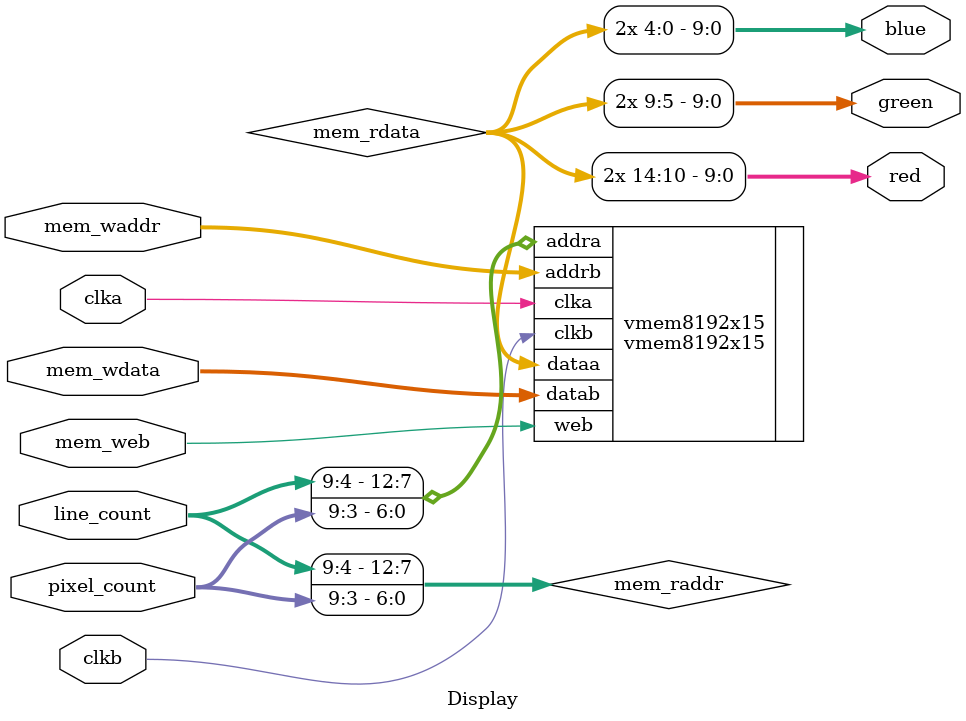
<source format=v>
module Display
(
  input       clka,
  input       clkb,

  input [9:0] pixel_count,  // V_count
  input [9:0] line_count,   // H_count

  input [31:0] mem_waddr, 
  input [31:0] mem_wdata, 
  input        mem_web, 

  output [9:0] red,
  output [9:0] green,
  output [9:0] blue
);

wire [14:0] mem_rdata;
wire [12:0] mem_raddr;

assign mem_raddr = {line_count[9:4], pixel_count[9:3]};

vmem8192x15 vmem8192x15 (
   .clka  (clka),
   .addra (mem_raddr),
   .dataa (mem_rdata),
   .clkb  (clkb),
   .addrb (mem_waddr),
   .datab (mem_wdata),
   .web   (mem_web)
   );

assign red   = {mem_rdata[14:10], mem_rdata[14:10]};
assign green = {mem_rdata[9:5], mem_rdata[9:5]};
assign blue  = {mem_rdata[4:0], mem_rdata[4:0]};

endmodule


</source>
